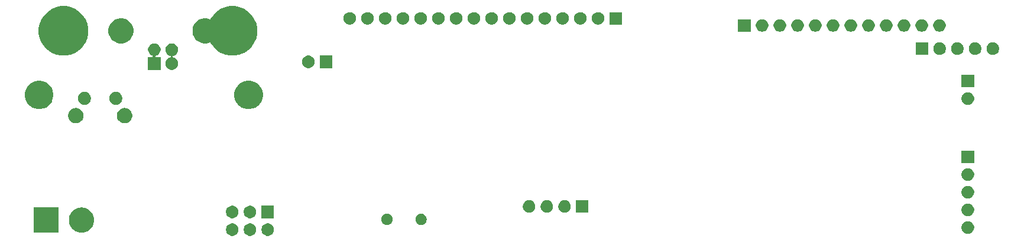
<source format=gbs>
%TF.GenerationSoftware,KiCad,Pcbnew,5.1.5+dfsg1-2build2*%
%TF.CreationDate,2021-03-31T10:56:15+02:00*%
%TF.ProjectId,Model-M-USB-v3,4d6f6465-6c2d-44d2-9d55-53422d76332e,rev?*%
%TF.SameCoordinates,Original*%
%TF.FileFunction,Soldermask,Bot*%
%TF.FilePolarity,Negative*%
%FSLAX46Y46*%
G04 Gerber Fmt 4.6, Leading zero omitted, Abs format (unit mm)*
G04 Created by KiCad (PCBNEW 5.1.5+dfsg1-2build2) date 2021-03-31 10:56:15*
%MOMM*%
%LPD*%
G04 APERTURE LIST*
%ADD10C,0.100000*%
G04 APERTURE END LIST*
D10*
G36*
X76773512Y-92483927D02*
G01*
X76922812Y-92513624D01*
X77086784Y-92581544D01*
X77234354Y-92680147D01*
X77359853Y-92805646D01*
X77458456Y-92953216D01*
X77526376Y-93117188D01*
X77561000Y-93291259D01*
X77561000Y-93468741D01*
X77526376Y-93642812D01*
X77458456Y-93806784D01*
X77359853Y-93954354D01*
X77234354Y-94079853D01*
X77086784Y-94178456D01*
X76922812Y-94246376D01*
X76773512Y-94276073D01*
X76748742Y-94281000D01*
X76571258Y-94281000D01*
X76546488Y-94276073D01*
X76397188Y-94246376D01*
X76233216Y-94178456D01*
X76085646Y-94079853D01*
X75960147Y-93954354D01*
X75861544Y-93806784D01*
X75793624Y-93642812D01*
X75759000Y-93468741D01*
X75759000Y-93291259D01*
X75793624Y-93117188D01*
X75861544Y-92953216D01*
X75960147Y-92805646D01*
X76085646Y-92680147D01*
X76233216Y-92581544D01*
X76397188Y-92513624D01*
X76546488Y-92483927D01*
X76571258Y-92479000D01*
X76748742Y-92479000D01*
X76773512Y-92483927D01*
G37*
G36*
X79313512Y-92483927D02*
G01*
X79462812Y-92513624D01*
X79626784Y-92581544D01*
X79774354Y-92680147D01*
X79899853Y-92805646D01*
X79998456Y-92953216D01*
X80066376Y-93117188D01*
X80101000Y-93291259D01*
X80101000Y-93468741D01*
X80066376Y-93642812D01*
X79998456Y-93806784D01*
X79899853Y-93954354D01*
X79774354Y-94079853D01*
X79626784Y-94178456D01*
X79462812Y-94246376D01*
X79313512Y-94276073D01*
X79288742Y-94281000D01*
X79111258Y-94281000D01*
X79086488Y-94276073D01*
X78937188Y-94246376D01*
X78773216Y-94178456D01*
X78625646Y-94079853D01*
X78500147Y-93954354D01*
X78401544Y-93806784D01*
X78333624Y-93642812D01*
X78299000Y-93468741D01*
X78299000Y-93291259D01*
X78333624Y-93117188D01*
X78401544Y-92953216D01*
X78500147Y-92805646D01*
X78625646Y-92680147D01*
X78773216Y-92581544D01*
X78937188Y-92513624D01*
X79086488Y-92483927D01*
X79111258Y-92479000D01*
X79288742Y-92479000D01*
X79313512Y-92483927D01*
G37*
G36*
X81853512Y-92483927D02*
G01*
X82002812Y-92513624D01*
X82166784Y-92581544D01*
X82314354Y-92680147D01*
X82439853Y-92805646D01*
X82538456Y-92953216D01*
X82606376Y-93117188D01*
X82641000Y-93291259D01*
X82641000Y-93468741D01*
X82606376Y-93642812D01*
X82538456Y-93806784D01*
X82439853Y-93954354D01*
X82314354Y-94079853D01*
X82166784Y-94178456D01*
X82002812Y-94246376D01*
X81853512Y-94276073D01*
X81828742Y-94281000D01*
X81651258Y-94281000D01*
X81626488Y-94276073D01*
X81477188Y-94246376D01*
X81313216Y-94178456D01*
X81165646Y-94079853D01*
X81040147Y-93954354D01*
X80941544Y-93806784D01*
X80873624Y-93642812D01*
X80839000Y-93468741D01*
X80839000Y-93291259D01*
X80873624Y-93117188D01*
X80941544Y-92953216D01*
X81040147Y-92805646D01*
X81165646Y-92680147D01*
X81313216Y-92581544D01*
X81477188Y-92513624D01*
X81626488Y-92483927D01*
X81651258Y-92479000D01*
X81828742Y-92479000D01*
X81853512Y-92483927D01*
G37*
G36*
X182113512Y-92183927D02*
G01*
X182262812Y-92213624D01*
X182426784Y-92281544D01*
X182574354Y-92380147D01*
X182699853Y-92505646D01*
X182798456Y-92653216D01*
X182866376Y-92817188D01*
X182901000Y-92991259D01*
X182901000Y-93168741D01*
X182866376Y-93342812D01*
X182798456Y-93506784D01*
X182699853Y-93654354D01*
X182574354Y-93779853D01*
X182426784Y-93878456D01*
X182262812Y-93946376D01*
X182113512Y-93976073D01*
X182088742Y-93981000D01*
X181911258Y-93981000D01*
X181886488Y-93976073D01*
X181737188Y-93946376D01*
X181573216Y-93878456D01*
X181425646Y-93779853D01*
X181300147Y-93654354D01*
X181201544Y-93506784D01*
X181133624Y-93342812D01*
X181099000Y-93168741D01*
X181099000Y-92991259D01*
X181133624Y-92817188D01*
X181201544Y-92653216D01*
X181300147Y-92505646D01*
X181425646Y-92380147D01*
X181573216Y-92281544D01*
X181737188Y-92213624D01*
X181886488Y-92183927D01*
X181911258Y-92179000D01*
X182088742Y-92179000D01*
X182113512Y-92183927D01*
G37*
G36*
X51801060Y-93801060D02*
G01*
X48198940Y-93801060D01*
X48198940Y-90198940D01*
X51801060Y-90198940D01*
X51801060Y-93801060D01*
G37*
G36*
X55306905Y-90208789D02*
G01*
X55605350Y-90268153D01*
X55933122Y-90403921D01*
X56228109Y-90601025D01*
X56478975Y-90851891D01*
X56676079Y-91146878D01*
X56811847Y-91474650D01*
X56864827Y-91741000D01*
X56881060Y-91822610D01*
X56881060Y-92177390D01*
X56873852Y-92213625D01*
X56811847Y-92525350D01*
X56676079Y-92853122D01*
X56478975Y-93148109D01*
X56228109Y-93398975D01*
X55933122Y-93596079D01*
X55605350Y-93731847D01*
X55306905Y-93791211D01*
X55257390Y-93801060D01*
X54902610Y-93801060D01*
X54853095Y-93791211D01*
X54554650Y-93731847D01*
X54226878Y-93596079D01*
X53931891Y-93398975D01*
X53681025Y-93148109D01*
X53483921Y-92853122D01*
X53348153Y-92525350D01*
X53286148Y-92213625D01*
X53278940Y-92177390D01*
X53278940Y-91822610D01*
X53295173Y-91741000D01*
X53348153Y-91474650D01*
X53483921Y-91146878D01*
X53681025Y-90851891D01*
X53931891Y-90601025D01*
X54226878Y-90403921D01*
X54554650Y-90268153D01*
X54853095Y-90208789D01*
X54902610Y-90198940D01*
X55257390Y-90198940D01*
X55306905Y-90208789D01*
G37*
G36*
X99053642Y-91129781D02*
G01*
X99199414Y-91190162D01*
X99199416Y-91190163D01*
X99330608Y-91277822D01*
X99442178Y-91389392D01*
X99529837Y-91520584D01*
X99529838Y-91520586D01*
X99590219Y-91666358D01*
X99621000Y-91821107D01*
X99621000Y-91978893D01*
X99590219Y-92133642D01*
X99529838Y-92279414D01*
X99529837Y-92279416D01*
X99442178Y-92410608D01*
X99330608Y-92522178D01*
X99199416Y-92609837D01*
X99199415Y-92609838D01*
X99199414Y-92609838D01*
X99053642Y-92670219D01*
X98898893Y-92701000D01*
X98741107Y-92701000D01*
X98586358Y-92670219D01*
X98440586Y-92609838D01*
X98440585Y-92609838D01*
X98440584Y-92609837D01*
X98309392Y-92522178D01*
X98197822Y-92410608D01*
X98110163Y-92279416D01*
X98110162Y-92279414D01*
X98049781Y-92133642D01*
X98019000Y-91978893D01*
X98019000Y-91821107D01*
X98049781Y-91666358D01*
X98110162Y-91520586D01*
X98110163Y-91520584D01*
X98197822Y-91389392D01*
X98309392Y-91277822D01*
X98440584Y-91190163D01*
X98440586Y-91190162D01*
X98586358Y-91129781D01*
X98741107Y-91099000D01*
X98898893Y-91099000D01*
X99053642Y-91129781D01*
G37*
G36*
X103933642Y-91129781D02*
G01*
X104079414Y-91190162D01*
X104079416Y-91190163D01*
X104210608Y-91277822D01*
X104322178Y-91389392D01*
X104409837Y-91520584D01*
X104409838Y-91520586D01*
X104470219Y-91666358D01*
X104501000Y-91821107D01*
X104501000Y-91978893D01*
X104470219Y-92133642D01*
X104409838Y-92279414D01*
X104409837Y-92279416D01*
X104322178Y-92410608D01*
X104210608Y-92522178D01*
X104079416Y-92609837D01*
X104079415Y-92609838D01*
X104079414Y-92609838D01*
X103933642Y-92670219D01*
X103778893Y-92701000D01*
X103621107Y-92701000D01*
X103466358Y-92670219D01*
X103320586Y-92609838D01*
X103320585Y-92609838D01*
X103320584Y-92609837D01*
X103189392Y-92522178D01*
X103077822Y-92410608D01*
X102990163Y-92279416D01*
X102990162Y-92279414D01*
X102929781Y-92133642D01*
X102899000Y-91978893D01*
X102899000Y-91821107D01*
X102929781Y-91666358D01*
X102990162Y-91520586D01*
X102990163Y-91520584D01*
X103077822Y-91389392D01*
X103189392Y-91277822D01*
X103320584Y-91190163D01*
X103320586Y-91190162D01*
X103466358Y-91129781D01*
X103621107Y-91099000D01*
X103778893Y-91099000D01*
X103933642Y-91129781D01*
G37*
G36*
X76773512Y-89943927D02*
G01*
X76922812Y-89973624D01*
X77086784Y-90041544D01*
X77234354Y-90140147D01*
X77359853Y-90265646D01*
X77458456Y-90413216D01*
X77526376Y-90577188D01*
X77536630Y-90628742D01*
X77560721Y-90749853D01*
X77561000Y-90751259D01*
X77561000Y-90928741D01*
X77526376Y-91102812D01*
X77458456Y-91266784D01*
X77359853Y-91414354D01*
X77234354Y-91539853D01*
X77086784Y-91638456D01*
X76922812Y-91706376D01*
X76773512Y-91736073D01*
X76748742Y-91741000D01*
X76571258Y-91741000D01*
X76546488Y-91736073D01*
X76397188Y-91706376D01*
X76233216Y-91638456D01*
X76085646Y-91539853D01*
X75960147Y-91414354D01*
X75861544Y-91266784D01*
X75793624Y-91102812D01*
X75759000Y-90928741D01*
X75759000Y-90751259D01*
X75759280Y-90749853D01*
X75783370Y-90628742D01*
X75793624Y-90577188D01*
X75861544Y-90413216D01*
X75960147Y-90265646D01*
X76085646Y-90140147D01*
X76233216Y-90041544D01*
X76397188Y-89973624D01*
X76546488Y-89943927D01*
X76571258Y-89939000D01*
X76748742Y-89939000D01*
X76773512Y-89943927D01*
G37*
G36*
X79313512Y-89943927D02*
G01*
X79462812Y-89973624D01*
X79626784Y-90041544D01*
X79774354Y-90140147D01*
X79899853Y-90265646D01*
X79998456Y-90413216D01*
X80066376Y-90577188D01*
X80076630Y-90628742D01*
X80100721Y-90749853D01*
X80101000Y-90751259D01*
X80101000Y-90928741D01*
X80066376Y-91102812D01*
X79998456Y-91266784D01*
X79899853Y-91414354D01*
X79774354Y-91539853D01*
X79626784Y-91638456D01*
X79462812Y-91706376D01*
X79313512Y-91736073D01*
X79288742Y-91741000D01*
X79111258Y-91741000D01*
X79086488Y-91736073D01*
X78937188Y-91706376D01*
X78773216Y-91638456D01*
X78625646Y-91539853D01*
X78500147Y-91414354D01*
X78401544Y-91266784D01*
X78333624Y-91102812D01*
X78299000Y-90928741D01*
X78299000Y-90751259D01*
X78299280Y-90749853D01*
X78323370Y-90628742D01*
X78333624Y-90577188D01*
X78401544Y-90413216D01*
X78500147Y-90265646D01*
X78625646Y-90140147D01*
X78773216Y-90041544D01*
X78937188Y-89973624D01*
X79086488Y-89943927D01*
X79111258Y-89939000D01*
X79288742Y-89939000D01*
X79313512Y-89943927D01*
G37*
G36*
X82641000Y-91741000D02*
G01*
X80839000Y-91741000D01*
X80839000Y-89939000D01*
X82641000Y-89939000D01*
X82641000Y-91741000D01*
G37*
G36*
X182113512Y-89643927D02*
G01*
X182262812Y-89673624D01*
X182426784Y-89741544D01*
X182574354Y-89840147D01*
X182699853Y-89965646D01*
X182798456Y-90113216D01*
X182866376Y-90277188D01*
X182901000Y-90451259D01*
X182901000Y-90628741D01*
X182866376Y-90802812D01*
X182798456Y-90966784D01*
X182699853Y-91114354D01*
X182574354Y-91239853D01*
X182426784Y-91338456D01*
X182262812Y-91406376D01*
X182113512Y-91436073D01*
X182088742Y-91441000D01*
X181911258Y-91441000D01*
X181886488Y-91436073D01*
X181737188Y-91406376D01*
X181573216Y-91338456D01*
X181425646Y-91239853D01*
X181300147Y-91114354D01*
X181201544Y-90966784D01*
X181133624Y-90802812D01*
X181099000Y-90628741D01*
X181099000Y-90451259D01*
X181133624Y-90277188D01*
X181201544Y-90113216D01*
X181300147Y-89965646D01*
X181425646Y-89840147D01*
X181573216Y-89741544D01*
X181737188Y-89673624D01*
X181886488Y-89643927D01*
X181911258Y-89639000D01*
X182088742Y-89639000D01*
X182113512Y-89643927D01*
G37*
G36*
X127691000Y-90951000D02*
G01*
X125889000Y-90951000D01*
X125889000Y-89149000D01*
X127691000Y-89149000D01*
X127691000Y-90951000D01*
G37*
G36*
X124363512Y-89153927D02*
G01*
X124512812Y-89183624D01*
X124676784Y-89251544D01*
X124824354Y-89350147D01*
X124949853Y-89475646D01*
X125048456Y-89623216D01*
X125116376Y-89787188D01*
X125146073Y-89936488D01*
X125151000Y-89961258D01*
X125151000Y-90138742D01*
X125150720Y-90140148D01*
X125116376Y-90312812D01*
X125048456Y-90476784D01*
X124949853Y-90624354D01*
X124824354Y-90749853D01*
X124676784Y-90848456D01*
X124512812Y-90916376D01*
X124363512Y-90946073D01*
X124338742Y-90951000D01*
X124161258Y-90951000D01*
X124136488Y-90946073D01*
X123987188Y-90916376D01*
X123823216Y-90848456D01*
X123675646Y-90749853D01*
X123550147Y-90624354D01*
X123451544Y-90476784D01*
X123383624Y-90312812D01*
X123349280Y-90140148D01*
X123349000Y-90138742D01*
X123349000Y-89961258D01*
X123353927Y-89936488D01*
X123383624Y-89787188D01*
X123451544Y-89623216D01*
X123550147Y-89475646D01*
X123675646Y-89350147D01*
X123823216Y-89251544D01*
X123987188Y-89183624D01*
X124136488Y-89153927D01*
X124161258Y-89149000D01*
X124338742Y-89149000D01*
X124363512Y-89153927D01*
G37*
G36*
X121823512Y-89153927D02*
G01*
X121972812Y-89183624D01*
X122136784Y-89251544D01*
X122284354Y-89350147D01*
X122409853Y-89475646D01*
X122508456Y-89623216D01*
X122576376Y-89787188D01*
X122606073Y-89936488D01*
X122611000Y-89961258D01*
X122611000Y-90138742D01*
X122610720Y-90140148D01*
X122576376Y-90312812D01*
X122508456Y-90476784D01*
X122409853Y-90624354D01*
X122284354Y-90749853D01*
X122136784Y-90848456D01*
X121972812Y-90916376D01*
X121823512Y-90946073D01*
X121798742Y-90951000D01*
X121621258Y-90951000D01*
X121596488Y-90946073D01*
X121447188Y-90916376D01*
X121283216Y-90848456D01*
X121135646Y-90749853D01*
X121010147Y-90624354D01*
X120911544Y-90476784D01*
X120843624Y-90312812D01*
X120809280Y-90140148D01*
X120809000Y-90138742D01*
X120809000Y-89961258D01*
X120813927Y-89936488D01*
X120843624Y-89787188D01*
X120911544Y-89623216D01*
X121010147Y-89475646D01*
X121135646Y-89350147D01*
X121283216Y-89251544D01*
X121447188Y-89183624D01*
X121596488Y-89153927D01*
X121621258Y-89149000D01*
X121798742Y-89149000D01*
X121823512Y-89153927D01*
G37*
G36*
X119283512Y-89153927D02*
G01*
X119432812Y-89183624D01*
X119596784Y-89251544D01*
X119744354Y-89350147D01*
X119869853Y-89475646D01*
X119968456Y-89623216D01*
X120036376Y-89787188D01*
X120066073Y-89936488D01*
X120071000Y-89961258D01*
X120071000Y-90138742D01*
X120070720Y-90140148D01*
X120036376Y-90312812D01*
X119968456Y-90476784D01*
X119869853Y-90624354D01*
X119744354Y-90749853D01*
X119596784Y-90848456D01*
X119432812Y-90916376D01*
X119283512Y-90946073D01*
X119258742Y-90951000D01*
X119081258Y-90951000D01*
X119056488Y-90946073D01*
X118907188Y-90916376D01*
X118743216Y-90848456D01*
X118595646Y-90749853D01*
X118470147Y-90624354D01*
X118371544Y-90476784D01*
X118303624Y-90312812D01*
X118269280Y-90140148D01*
X118269000Y-90138742D01*
X118269000Y-89961258D01*
X118273927Y-89936488D01*
X118303624Y-89787188D01*
X118371544Y-89623216D01*
X118470147Y-89475646D01*
X118595646Y-89350147D01*
X118743216Y-89251544D01*
X118907188Y-89183624D01*
X119056488Y-89153927D01*
X119081258Y-89149000D01*
X119258742Y-89149000D01*
X119283512Y-89153927D01*
G37*
G36*
X182113512Y-87103927D02*
G01*
X182262812Y-87133624D01*
X182426784Y-87201544D01*
X182574354Y-87300147D01*
X182699853Y-87425646D01*
X182798456Y-87573216D01*
X182866376Y-87737188D01*
X182901000Y-87911259D01*
X182901000Y-88088741D01*
X182866376Y-88262812D01*
X182798456Y-88426784D01*
X182699853Y-88574354D01*
X182574354Y-88699853D01*
X182426784Y-88798456D01*
X182262812Y-88866376D01*
X182113512Y-88896073D01*
X182088742Y-88901000D01*
X181911258Y-88901000D01*
X181886488Y-88896073D01*
X181737188Y-88866376D01*
X181573216Y-88798456D01*
X181425646Y-88699853D01*
X181300147Y-88574354D01*
X181201544Y-88426784D01*
X181133624Y-88262812D01*
X181099000Y-88088741D01*
X181099000Y-87911259D01*
X181133624Y-87737188D01*
X181201544Y-87573216D01*
X181300147Y-87425646D01*
X181425646Y-87300147D01*
X181573216Y-87201544D01*
X181737188Y-87133624D01*
X181886488Y-87103927D01*
X181911258Y-87099000D01*
X182088742Y-87099000D01*
X182113512Y-87103927D01*
G37*
G36*
X182113512Y-84563927D02*
G01*
X182262812Y-84593624D01*
X182426784Y-84661544D01*
X182574354Y-84760147D01*
X182699853Y-84885646D01*
X182798456Y-85033216D01*
X182866376Y-85197188D01*
X182901000Y-85371259D01*
X182901000Y-85548741D01*
X182866376Y-85722812D01*
X182798456Y-85886784D01*
X182699853Y-86034354D01*
X182574354Y-86159853D01*
X182426784Y-86258456D01*
X182262812Y-86326376D01*
X182113512Y-86356073D01*
X182088742Y-86361000D01*
X181911258Y-86361000D01*
X181886488Y-86356073D01*
X181737188Y-86326376D01*
X181573216Y-86258456D01*
X181425646Y-86159853D01*
X181300147Y-86034354D01*
X181201544Y-85886784D01*
X181133624Y-85722812D01*
X181099000Y-85548741D01*
X181099000Y-85371259D01*
X181133624Y-85197188D01*
X181201544Y-85033216D01*
X181300147Y-84885646D01*
X181425646Y-84760147D01*
X181573216Y-84661544D01*
X181737188Y-84593624D01*
X181886488Y-84563927D01*
X181911258Y-84559000D01*
X182088742Y-84559000D01*
X182113512Y-84563927D01*
G37*
G36*
X182901000Y-83821000D02*
G01*
X181099000Y-83821000D01*
X181099000Y-82019000D01*
X182901000Y-82019000D01*
X182901000Y-83821000D01*
G37*
G36*
X54464794Y-75910155D02*
G01*
X54571150Y-75931311D01*
X54669818Y-75972181D01*
X54771520Y-76014307D01*
X54951844Y-76134795D01*
X55105205Y-76288156D01*
X55225693Y-76468480D01*
X55308689Y-76668851D01*
X55351000Y-76881560D01*
X55351000Y-77098440D01*
X55308689Y-77311149D01*
X55225693Y-77511520D01*
X55105205Y-77691844D01*
X54951844Y-77845205D01*
X54771520Y-77965693D01*
X54571150Y-78048689D01*
X54464794Y-78069845D01*
X54358440Y-78091000D01*
X54141560Y-78091000D01*
X54035206Y-78069845D01*
X53928850Y-78048689D01*
X53728480Y-77965693D01*
X53548156Y-77845205D01*
X53394795Y-77691844D01*
X53274307Y-77511520D01*
X53191311Y-77311149D01*
X53149000Y-77098440D01*
X53149000Y-76881560D01*
X53191311Y-76668851D01*
X53274307Y-76468480D01*
X53394795Y-76288156D01*
X53548156Y-76134795D01*
X53728480Y-76014307D01*
X53830182Y-75972181D01*
X53928850Y-75931311D01*
X54035206Y-75910155D01*
X54141560Y-75889000D01*
X54358440Y-75889000D01*
X54464794Y-75910155D01*
G37*
G36*
X61474794Y-75910155D02*
G01*
X61581150Y-75931311D01*
X61679818Y-75972181D01*
X61781520Y-76014307D01*
X61961844Y-76134795D01*
X62115205Y-76288156D01*
X62235693Y-76468480D01*
X62318689Y-76668851D01*
X62361000Y-76881560D01*
X62361000Y-77098440D01*
X62318689Y-77311149D01*
X62235693Y-77511520D01*
X62115205Y-77691844D01*
X61961844Y-77845205D01*
X61781520Y-77965693D01*
X61581150Y-78048689D01*
X61474794Y-78069845D01*
X61368440Y-78091000D01*
X61151560Y-78091000D01*
X61045206Y-78069845D01*
X60938850Y-78048689D01*
X60738480Y-77965693D01*
X60558156Y-77845205D01*
X60404795Y-77691844D01*
X60284307Y-77511520D01*
X60201311Y-77311149D01*
X60159000Y-77098440D01*
X60159000Y-76881560D01*
X60201311Y-76668851D01*
X60284307Y-76468480D01*
X60404795Y-76288156D01*
X60558156Y-76134795D01*
X60738480Y-76014307D01*
X60840182Y-75972181D01*
X60938850Y-75931311D01*
X61045206Y-75910155D01*
X61151560Y-75889000D01*
X61368440Y-75889000D01*
X61474794Y-75910155D01*
G37*
G36*
X79598254Y-72027818D02*
G01*
X79971511Y-72182426D01*
X79971513Y-72182427D01*
X80307436Y-72406884D01*
X80593116Y-72692564D01*
X80817574Y-73028489D01*
X80972182Y-73401746D01*
X81051000Y-73797993D01*
X81051000Y-74202007D01*
X80972182Y-74598254D01*
X80887451Y-74802812D01*
X80817573Y-74971513D01*
X80593116Y-75307436D01*
X80307436Y-75593116D01*
X79971513Y-75817573D01*
X79971512Y-75817574D01*
X79971511Y-75817574D01*
X79598254Y-75972182D01*
X79202007Y-76051000D01*
X78797993Y-76051000D01*
X78401746Y-75972182D01*
X78028489Y-75817574D01*
X78028488Y-75817574D01*
X78028487Y-75817573D01*
X77692564Y-75593116D01*
X77406884Y-75307436D01*
X77182427Y-74971513D01*
X77112549Y-74802812D01*
X77027818Y-74598254D01*
X76949000Y-74202007D01*
X76949000Y-73797993D01*
X77027818Y-73401746D01*
X77182426Y-73028489D01*
X77406884Y-72692564D01*
X77692564Y-72406884D01*
X78028487Y-72182427D01*
X78028489Y-72182426D01*
X78401746Y-72027818D01*
X78797993Y-71949000D01*
X79202007Y-71949000D01*
X79598254Y-72027818D01*
G37*
G36*
X49598254Y-72027818D02*
G01*
X49971511Y-72182426D01*
X49971513Y-72182427D01*
X50307436Y-72406884D01*
X50593116Y-72692564D01*
X50817574Y-73028489D01*
X50972182Y-73401746D01*
X51051000Y-73797993D01*
X51051000Y-74202007D01*
X50972182Y-74598254D01*
X50887451Y-74802812D01*
X50817573Y-74971513D01*
X50593116Y-75307436D01*
X50307436Y-75593116D01*
X49971513Y-75817573D01*
X49971512Y-75817574D01*
X49971511Y-75817574D01*
X49598254Y-75972182D01*
X49202007Y-76051000D01*
X48797993Y-76051000D01*
X48401746Y-75972182D01*
X48028489Y-75817574D01*
X48028488Y-75817574D01*
X48028487Y-75817573D01*
X47692564Y-75593116D01*
X47406884Y-75307436D01*
X47182427Y-74971513D01*
X47112549Y-74802812D01*
X47027818Y-74598254D01*
X46949000Y-74202007D01*
X46949000Y-73797993D01*
X47027818Y-73401746D01*
X47182426Y-73028489D01*
X47406884Y-72692564D01*
X47692564Y-72406884D01*
X48028487Y-72182427D01*
X48028489Y-72182426D01*
X48401746Y-72027818D01*
X48797993Y-71949000D01*
X49202007Y-71949000D01*
X49598254Y-72027818D01*
G37*
G36*
X182113512Y-73643927D02*
G01*
X182262812Y-73673624D01*
X182426784Y-73741544D01*
X182574354Y-73840147D01*
X182699853Y-73965646D01*
X182798456Y-74113216D01*
X182866376Y-74277188D01*
X182901000Y-74451259D01*
X182901000Y-74628741D01*
X182866376Y-74802812D01*
X182798456Y-74966784D01*
X182699853Y-75114354D01*
X182574354Y-75239853D01*
X182426784Y-75338456D01*
X182262812Y-75406376D01*
X182113512Y-75436073D01*
X182088742Y-75441000D01*
X181911258Y-75441000D01*
X181886488Y-75436073D01*
X181737188Y-75406376D01*
X181573216Y-75338456D01*
X181425646Y-75239853D01*
X181300147Y-75114354D01*
X181201544Y-74966784D01*
X181133624Y-74802812D01*
X181099000Y-74628741D01*
X181099000Y-74451259D01*
X181133624Y-74277188D01*
X181201544Y-74113216D01*
X181300147Y-73965646D01*
X181425646Y-73840147D01*
X181573216Y-73741544D01*
X181737188Y-73673624D01*
X181886488Y-73643927D01*
X181911258Y-73639000D01*
X182088742Y-73639000D01*
X182113512Y-73643927D01*
G37*
G36*
X55770104Y-73609585D02*
G01*
X55938626Y-73679389D01*
X56090291Y-73780728D01*
X56219272Y-73909709D01*
X56320611Y-74061374D01*
X56390415Y-74229896D01*
X56426000Y-74408797D01*
X56426000Y-74591203D01*
X56390415Y-74770104D01*
X56320611Y-74938626D01*
X56219272Y-75090291D01*
X56090291Y-75219272D01*
X55938626Y-75320611D01*
X55770104Y-75390415D01*
X55591203Y-75426000D01*
X55408797Y-75426000D01*
X55229896Y-75390415D01*
X55061374Y-75320611D01*
X54909709Y-75219272D01*
X54780728Y-75090291D01*
X54679389Y-74938626D01*
X54609585Y-74770104D01*
X54574000Y-74591203D01*
X54574000Y-74408797D01*
X54609585Y-74229896D01*
X54679389Y-74061374D01*
X54780728Y-73909709D01*
X54909709Y-73780728D01*
X55061374Y-73679389D01*
X55229896Y-73609585D01*
X55408797Y-73574000D01*
X55591203Y-73574000D01*
X55770104Y-73609585D01*
G37*
G36*
X60270104Y-73609585D02*
G01*
X60438626Y-73679389D01*
X60590291Y-73780728D01*
X60719272Y-73909709D01*
X60820611Y-74061374D01*
X60890415Y-74229896D01*
X60926000Y-74408797D01*
X60926000Y-74591203D01*
X60890415Y-74770104D01*
X60820611Y-74938626D01*
X60719272Y-75090291D01*
X60590291Y-75219272D01*
X60438626Y-75320611D01*
X60270104Y-75390415D01*
X60091203Y-75426000D01*
X59908797Y-75426000D01*
X59729896Y-75390415D01*
X59561374Y-75320611D01*
X59409709Y-75219272D01*
X59280728Y-75090291D01*
X59179389Y-74938626D01*
X59109585Y-74770104D01*
X59074000Y-74591203D01*
X59074000Y-74408797D01*
X59109585Y-74229896D01*
X59179389Y-74061374D01*
X59280728Y-73909709D01*
X59409709Y-73780728D01*
X59561374Y-73679389D01*
X59729896Y-73609585D01*
X59908797Y-73574000D01*
X60091203Y-73574000D01*
X60270104Y-73609585D01*
G37*
G36*
X182901000Y-72901000D02*
G01*
X181099000Y-72901000D01*
X181099000Y-71099000D01*
X182901000Y-71099000D01*
X182901000Y-72901000D01*
G37*
G36*
X65613512Y-66603927D02*
G01*
X65762812Y-66633624D01*
X65926784Y-66701544D01*
X66074354Y-66800147D01*
X66199853Y-66925646D01*
X66298456Y-67073216D01*
X66366376Y-67237188D01*
X66401000Y-67411259D01*
X66401000Y-67588741D01*
X66366376Y-67762812D01*
X66298456Y-67926784D01*
X66199853Y-68074354D01*
X66074354Y-68199853D01*
X65926784Y-68298456D01*
X65781771Y-68358523D01*
X65760171Y-68370068D01*
X65741229Y-68385613D01*
X65725684Y-68404555D01*
X65714133Y-68426166D01*
X65707020Y-68449615D01*
X65704618Y-68474001D01*
X65707020Y-68498387D01*
X65714133Y-68521836D01*
X65725684Y-68543447D01*
X65741229Y-68562389D01*
X65760171Y-68577934D01*
X65781782Y-68589485D01*
X65805231Y-68596598D01*
X65829617Y-68599000D01*
X66401000Y-68599000D01*
X66401000Y-70401000D01*
X64599000Y-70401000D01*
X64599000Y-68599000D01*
X65170383Y-68599000D01*
X65194769Y-68596598D01*
X65218218Y-68589485D01*
X65239829Y-68577934D01*
X65258771Y-68562389D01*
X65274316Y-68543447D01*
X65285867Y-68521836D01*
X65292980Y-68498387D01*
X65295382Y-68474001D01*
X65292980Y-68449615D01*
X65285867Y-68426166D01*
X65274316Y-68404555D01*
X65258771Y-68385613D01*
X65239829Y-68370068D01*
X65218229Y-68358523D01*
X65073216Y-68298456D01*
X64925646Y-68199853D01*
X64800147Y-68074354D01*
X64701544Y-67926784D01*
X64633624Y-67762812D01*
X64599000Y-67588741D01*
X64599000Y-67411259D01*
X64633624Y-67237188D01*
X64701544Y-67073216D01*
X64800147Y-66925646D01*
X64925646Y-66800147D01*
X65073216Y-66701544D01*
X65237188Y-66633624D01*
X65386488Y-66603927D01*
X65411258Y-66599000D01*
X65588742Y-66599000D01*
X65613512Y-66603927D01*
G37*
G36*
X68113512Y-66603927D02*
G01*
X68262812Y-66633624D01*
X68426784Y-66701544D01*
X68574354Y-66800147D01*
X68699853Y-66925646D01*
X68798456Y-67073216D01*
X68866376Y-67237188D01*
X68901000Y-67411259D01*
X68901000Y-67588741D01*
X68866376Y-67762812D01*
X68798456Y-67926784D01*
X68699853Y-68074354D01*
X68574354Y-68199853D01*
X68426784Y-68298456D01*
X68262812Y-68366376D01*
X68207362Y-68377405D01*
X68183922Y-68384516D01*
X68162311Y-68396067D01*
X68143369Y-68411613D01*
X68127824Y-68430555D01*
X68116273Y-68452165D01*
X68109160Y-68475614D01*
X68106758Y-68500000D01*
X68109160Y-68524387D01*
X68116273Y-68547835D01*
X68127824Y-68569446D01*
X68143370Y-68588388D01*
X68162312Y-68603933D01*
X68183922Y-68615484D01*
X68207362Y-68622595D01*
X68262812Y-68633624D01*
X68426784Y-68701544D01*
X68574354Y-68800147D01*
X68699853Y-68925646D01*
X68798456Y-69073216D01*
X68866376Y-69237188D01*
X68901000Y-69411259D01*
X68901000Y-69588741D01*
X68866376Y-69762812D01*
X68798456Y-69926784D01*
X68699853Y-70074354D01*
X68574354Y-70199853D01*
X68426784Y-70298456D01*
X68262812Y-70366376D01*
X68113512Y-70396073D01*
X68088742Y-70401000D01*
X67911258Y-70401000D01*
X67886488Y-70396073D01*
X67737188Y-70366376D01*
X67573216Y-70298456D01*
X67425646Y-70199853D01*
X67300147Y-70074354D01*
X67201544Y-69926784D01*
X67133624Y-69762812D01*
X67099000Y-69588741D01*
X67099000Y-69411259D01*
X67133624Y-69237188D01*
X67201544Y-69073216D01*
X67300147Y-68925646D01*
X67425646Y-68800147D01*
X67573216Y-68701544D01*
X67737188Y-68633624D01*
X67792638Y-68622595D01*
X67816078Y-68615484D01*
X67837689Y-68603933D01*
X67856631Y-68588387D01*
X67872176Y-68569445D01*
X67883727Y-68547835D01*
X67890840Y-68524386D01*
X67893242Y-68500000D01*
X67890840Y-68475613D01*
X67883727Y-68452165D01*
X67872176Y-68430554D01*
X67856630Y-68411612D01*
X67837688Y-68396067D01*
X67816078Y-68384516D01*
X67792638Y-68377405D01*
X67737188Y-68366376D01*
X67573216Y-68298456D01*
X67425646Y-68199853D01*
X67300147Y-68074354D01*
X67201544Y-67926784D01*
X67133624Y-67762812D01*
X67099000Y-67588741D01*
X67099000Y-67411259D01*
X67133624Y-67237188D01*
X67201544Y-67073216D01*
X67300147Y-66925646D01*
X67425646Y-66800147D01*
X67573216Y-66701544D01*
X67737188Y-66633624D01*
X67886488Y-66603927D01*
X67911258Y-66599000D01*
X68088742Y-66599000D01*
X68113512Y-66603927D01*
G37*
G36*
X87673512Y-68353927D02*
G01*
X87822812Y-68383624D01*
X87986784Y-68451544D01*
X88134354Y-68550147D01*
X88259853Y-68675646D01*
X88358456Y-68823216D01*
X88426376Y-68987188D01*
X88461000Y-69161259D01*
X88461000Y-69338741D01*
X88426376Y-69512812D01*
X88358456Y-69676784D01*
X88259853Y-69824354D01*
X88134354Y-69949853D01*
X87986784Y-70048456D01*
X87822812Y-70116376D01*
X87673512Y-70146073D01*
X87648742Y-70151000D01*
X87471258Y-70151000D01*
X87446488Y-70146073D01*
X87297188Y-70116376D01*
X87133216Y-70048456D01*
X86985646Y-69949853D01*
X86860147Y-69824354D01*
X86761544Y-69676784D01*
X86693624Y-69512812D01*
X86659000Y-69338741D01*
X86659000Y-69161259D01*
X86693624Y-68987188D01*
X86761544Y-68823216D01*
X86860147Y-68675646D01*
X86985646Y-68550147D01*
X87133216Y-68451544D01*
X87297188Y-68383624D01*
X87446488Y-68353927D01*
X87471258Y-68349000D01*
X87648742Y-68349000D01*
X87673512Y-68353927D01*
G37*
G36*
X91001000Y-70151000D02*
G01*
X89199000Y-70151000D01*
X89199000Y-68349000D01*
X91001000Y-68349000D01*
X91001000Y-70151000D01*
G37*
G36*
X77735787Y-61385462D02*
G01*
X77735790Y-61385463D01*
X77735789Y-61385463D01*
X78382029Y-61653144D01*
X78963631Y-62041758D01*
X79458242Y-62536369D01*
X79846856Y-63117971D01*
X80035895Y-63574353D01*
X80114538Y-63764213D01*
X80251000Y-64450256D01*
X80251000Y-65149744D01*
X80114538Y-65835787D01*
X80114537Y-65835789D01*
X79846856Y-66482029D01*
X79458242Y-67063631D01*
X78963631Y-67558242D01*
X78382029Y-67946856D01*
X78074221Y-68074354D01*
X77735787Y-68214538D01*
X77049744Y-68351000D01*
X76350256Y-68351000D01*
X75664213Y-68214538D01*
X75325779Y-68074354D01*
X75017971Y-67946856D01*
X74436369Y-67558242D01*
X73941758Y-67063631D01*
X73575056Y-66514822D01*
X73559513Y-66495883D01*
X73540571Y-66480338D01*
X73518960Y-66468787D01*
X73495511Y-66461674D01*
X73471125Y-66459272D01*
X73446739Y-66461674D01*
X73423290Y-66468787D01*
X73295331Y-66521789D01*
X72947384Y-66591000D01*
X72592616Y-66591000D01*
X72244669Y-66521789D01*
X71916908Y-66386026D01*
X71621930Y-66188928D01*
X71371072Y-65938070D01*
X71173974Y-65643092D01*
X71038211Y-65315331D01*
X70969000Y-64967384D01*
X70969000Y-64612616D01*
X71038211Y-64264669D01*
X71173974Y-63936908D01*
X71371072Y-63641930D01*
X71621930Y-63391072D01*
X71916908Y-63193974D01*
X72244669Y-63058211D01*
X72592616Y-62989000D01*
X72947384Y-62989000D01*
X73295331Y-63058211D01*
X73433757Y-63115549D01*
X73457206Y-63122662D01*
X73481592Y-63125064D01*
X73505978Y-63122662D01*
X73529427Y-63115549D01*
X73551038Y-63103998D01*
X73569980Y-63088453D01*
X73585519Y-63069518D01*
X73941758Y-62536369D01*
X74436369Y-62041758D01*
X75017971Y-61653144D01*
X75664211Y-61385463D01*
X75664210Y-61385463D01*
X75664213Y-61385462D01*
X76350256Y-61249000D01*
X77049744Y-61249000D01*
X77735787Y-61385462D01*
G37*
G36*
X53535787Y-61385462D02*
G01*
X53535790Y-61385463D01*
X53535789Y-61385463D01*
X54182029Y-61653144D01*
X54763631Y-62041758D01*
X55258242Y-62536369D01*
X55646856Y-63117971D01*
X55835895Y-63574353D01*
X55914538Y-63764213D01*
X56051000Y-64450256D01*
X56051000Y-65149744D01*
X55914538Y-65835787D01*
X55914537Y-65835789D01*
X55646856Y-66482029D01*
X55258242Y-67063631D01*
X54763631Y-67558242D01*
X54182029Y-67946856D01*
X53874221Y-68074354D01*
X53535787Y-68214538D01*
X52849744Y-68351000D01*
X52150256Y-68351000D01*
X51464213Y-68214538D01*
X51125779Y-68074354D01*
X50817971Y-67946856D01*
X50236369Y-67558242D01*
X49741758Y-67063631D01*
X49353144Y-66482029D01*
X49085463Y-65835789D01*
X49085462Y-65835787D01*
X48949000Y-65149744D01*
X48949000Y-64450256D01*
X49085462Y-63764213D01*
X49164105Y-63574353D01*
X49353144Y-63117971D01*
X49741758Y-62536369D01*
X50236369Y-62041758D01*
X50817971Y-61653144D01*
X51464211Y-61385463D01*
X51464210Y-61385463D01*
X51464213Y-61385462D01*
X52150256Y-61249000D01*
X52849744Y-61249000D01*
X53535787Y-61385462D01*
G37*
G36*
X185698512Y-66448927D02*
G01*
X185847812Y-66478624D01*
X186011784Y-66546544D01*
X186159354Y-66645147D01*
X186284853Y-66770646D01*
X186383456Y-66918216D01*
X186451376Y-67082188D01*
X186486000Y-67256259D01*
X186486000Y-67433741D01*
X186451376Y-67607812D01*
X186383456Y-67771784D01*
X186284853Y-67919354D01*
X186159354Y-68044853D01*
X186011784Y-68143456D01*
X185847812Y-68211376D01*
X185698512Y-68241073D01*
X185673742Y-68246000D01*
X185496258Y-68246000D01*
X185471488Y-68241073D01*
X185322188Y-68211376D01*
X185158216Y-68143456D01*
X185010646Y-68044853D01*
X184885147Y-67919354D01*
X184786544Y-67771784D01*
X184718624Y-67607812D01*
X184684000Y-67433741D01*
X184684000Y-67256259D01*
X184718624Y-67082188D01*
X184786544Y-66918216D01*
X184885147Y-66770646D01*
X185010646Y-66645147D01*
X185158216Y-66546544D01*
X185322188Y-66478624D01*
X185471488Y-66448927D01*
X185496258Y-66444000D01*
X185673742Y-66444000D01*
X185698512Y-66448927D01*
G37*
G36*
X183158512Y-66448927D02*
G01*
X183307812Y-66478624D01*
X183471784Y-66546544D01*
X183619354Y-66645147D01*
X183744853Y-66770646D01*
X183843456Y-66918216D01*
X183911376Y-67082188D01*
X183946000Y-67256259D01*
X183946000Y-67433741D01*
X183911376Y-67607812D01*
X183843456Y-67771784D01*
X183744853Y-67919354D01*
X183619354Y-68044853D01*
X183471784Y-68143456D01*
X183307812Y-68211376D01*
X183158512Y-68241073D01*
X183133742Y-68246000D01*
X182956258Y-68246000D01*
X182931488Y-68241073D01*
X182782188Y-68211376D01*
X182618216Y-68143456D01*
X182470646Y-68044853D01*
X182345147Y-67919354D01*
X182246544Y-67771784D01*
X182178624Y-67607812D01*
X182144000Y-67433741D01*
X182144000Y-67256259D01*
X182178624Y-67082188D01*
X182246544Y-66918216D01*
X182345147Y-66770646D01*
X182470646Y-66645147D01*
X182618216Y-66546544D01*
X182782188Y-66478624D01*
X182931488Y-66448927D01*
X182956258Y-66444000D01*
X183133742Y-66444000D01*
X183158512Y-66448927D01*
G37*
G36*
X180618512Y-66448927D02*
G01*
X180767812Y-66478624D01*
X180931784Y-66546544D01*
X181079354Y-66645147D01*
X181204853Y-66770646D01*
X181303456Y-66918216D01*
X181371376Y-67082188D01*
X181406000Y-67256259D01*
X181406000Y-67433741D01*
X181371376Y-67607812D01*
X181303456Y-67771784D01*
X181204853Y-67919354D01*
X181079354Y-68044853D01*
X180931784Y-68143456D01*
X180767812Y-68211376D01*
X180618512Y-68241073D01*
X180593742Y-68246000D01*
X180416258Y-68246000D01*
X180391488Y-68241073D01*
X180242188Y-68211376D01*
X180078216Y-68143456D01*
X179930646Y-68044853D01*
X179805147Y-67919354D01*
X179706544Y-67771784D01*
X179638624Y-67607812D01*
X179604000Y-67433741D01*
X179604000Y-67256259D01*
X179638624Y-67082188D01*
X179706544Y-66918216D01*
X179805147Y-66770646D01*
X179930646Y-66645147D01*
X180078216Y-66546544D01*
X180242188Y-66478624D01*
X180391488Y-66448927D01*
X180416258Y-66444000D01*
X180593742Y-66444000D01*
X180618512Y-66448927D01*
G37*
G36*
X178078512Y-66448927D02*
G01*
X178227812Y-66478624D01*
X178391784Y-66546544D01*
X178539354Y-66645147D01*
X178664853Y-66770646D01*
X178763456Y-66918216D01*
X178831376Y-67082188D01*
X178866000Y-67256259D01*
X178866000Y-67433741D01*
X178831376Y-67607812D01*
X178763456Y-67771784D01*
X178664853Y-67919354D01*
X178539354Y-68044853D01*
X178391784Y-68143456D01*
X178227812Y-68211376D01*
X178078512Y-68241073D01*
X178053742Y-68246000D01*
X177876258Y-68246000D01*
X177851488Y-68241073D01*
X177702188Y-68211376D01*
X177538216Y-68143456D01*
X177390646Y-68044853D01*
X177265147Y-67919354D01*
X177166544Y-67771784D01*
X177098624Y-67607812D01*
X177064000Y-67433741D01*
X177064000Y-67256259D01*
X177098624Y-67082188D01*
X177166544Y-66918216D01*
X177265147Y-66770646D01*
X177390646Y-66645147D01*
X177538216Y-66546544D01*
X177702188Y-66478624D01*
X177851488Y-66448927D01*
X177876258Y-66444000D01*
X178053742Y-66444000D01*
X178078512Y-66448927D01*
G37*
G36*
X176326000Y-68246000D02*
G01*
X174524000Y-68246000D01*
X174524000Y-66444000D01*
X176326000Y-66444000D01*
X176326000Y-68246000D01*
G37*
G36*
X61255331Y-63058211D02*
G01*
X61583092Y-63193974D01*
X61878070Y-63391072D01*
X62128928Y-63641930D01*
X62326026Y-63936908D01*
X62461789Y-64264669D01*
X62531000Y-64612616D01*
X62531000Y-64967384D01*
X62461789Y-65315331D01*
X62326026Y-65643092D01*
X62128928Y-65938070D01*
X61878070Y-66188928D01*
X61583092Y-66386026D01*
X61255331Y-66521789D01*
X60907384Y-66591000D01*
X60552616Y-66591000D01*
X60204669Y-66521789D01*
X59876908Y-66386026D01*
X59581930Y-66188928D01*
X59331072Y-65938070D01*
X59133974Y-65643092D01*
X58998211Y-65315331D01*
X58929000Y-64967384D01*
X58929000Y-64612616D01*
X58998211Y-64264669D01*
X59133974Y-63936908D01*
X59331072Y-63641930D01*
X59581930Y-63391072D01*
X59876908Y-63193974D01*
X60204669Y-63058211D01*
X60552616Y-62989000D01*
X60907384Y-62989000D01*
X61255331Y-63058211D01*
G37*
G36*
X170415234Y-63117971D02*
G01*
X170582412Y-63151224D01*
X170746384Y-63219144D01*
X170893954Y-63317747D01*
X171019453Y-63443246D01*
X171118056Y-63590816D01*
X171185976Y-63754788D01*
X171220600Y-63928859D01*
X171220600Y-64106341D01*
X171185976Y-64280412D01*
X171118056Y-64444384D01*
X171019453Y-64591954D01*
X170893954Y-64717453D01*
X170746384Y-64816056D01*
X170582412Y-64883976D01*
X170433112Y-64913673D01*
X170408342Y-64918600D01*
X170230858Y-64918600D01*
X170206088Y-64913673D01*
X170056788Y-64883976D01*
X169892816Y-64816056D01*
X169745246Y-64717453D01*
X169619747Y-64591954D01*
X169521144Y-64444384D01*
X169453224Y-64280412D01*
X169418600Y-64106341D01*
X169418600Y-63928859D01*
X169453224Y-63754788D01*
X169521144Y-63590816D01*
X169619747Y-63443246D01*
X169745246Y-63317747D01*
X169892816Y-63219144D01*
X170056788Y-63151224D01*
X170223966Y-63117971D01*
X170230858Y-63116600D01*
X170408342Y-63116600D01*
X170415234Y-63117971D01*
G37*
G36*
X162795234Y-63117971D02*
G01*
X162962412Y-63151224D01*
X163126384Y-63219144D01*
X163273954Y-63317747D01*
X163399453Y-63443246D01*
X163498056Y-63590816D01*
X163565976Y-63754788D01*
X163600600Y-63928859D01*
X163600600Y-64106341D01*
X163565976Y-64280412D01*
X163498056Y-64444384D01*
X163399453Y-64591954D01*
X163273954Y-64717453D01*
X163126384Y-64816056D01*
X162962412Y-64883976D01*
X162813112Y-64913673D01*
X162788342Y-64918600D01*
X162610858Y-64918600D01*
X162586088Y-64913673D01*
X162436788Y-64883976D01*
X162272816Y-64816056D01*
X162125246Y-64717453D01*
X161999747Y-64591954D01*
X161901144Y-64444384D01*
X161833224Y-64280412D01*
X161798600Y-64106341D01*
X161798600Y-63928859D01*
X161833224Y-63754788D01*
X161901144Y-63590816D01*
X161999747Y-63443246D01*
X162125246Y-63317747D01*
X162272816Y-63219144D01*
X162436788Y-63151224D01*
X162603966Y-63117971D01*
X162610858Y-63116600D01*
X162788342Y-63116600D01*
X162795234Y-63117971D01*
G37*
G36*
X160255234Y-63117971D02*
G01*
X160422412Y-63151224D01*
X160586384Y-63219144D01*
X160733954Y-63317747D01*
X160859453Y-63443246D01*
X160958056Y-63590816D01*
X161025976Y-63754788D01*
X161060600Y-63928859D01*
X161060600Y-64106341D01*
X161025976Y-64280412D01*
X160958056Y-64444384D01*
X160859453Y-64591954D01*
X160733954Y-64717453D01*
X160586384Y-64816056D01*
X160422412Y-64883976D01*
X160273112Y-64913673D01*
X160248342Y-64918600D01*
X160070858Y-64918600D01*
X160046088Y-64913673D01*
X159896788Y-64883976D01*
X159732816Y-64816056D01*
X159585246Y-64717453D01*
X159459747Y-64591954D01*
X159361144Y-64444384D01*
X159293224Y-64280412D01*
X159258600Y-64106341D01*
X159258600Y-63928859D01*
X159293224Y-63754788D01*
X159361144Y-63590816D01*
X159459747Y-63443246D01*
X159585246Y-63317747D01*
X159732816Y-63219144D01*
X159896788Y-63151224D01*
X160063966Y-63117971D01*
X160070858Y-63116600D01*
X160248342Y-63116600D01*
X160255234Y-63117971D01*
G37*
G36*
X157715234Y-63117971D02*
G01*
X157882412Y-63151224D01*
X158046384Y-63219144D01*
X158193954Y-63317747D01*
X158319453Y-63443246D01*
X158418056Y-63590816D01*
X158485976Y-63754788D01*
X158520600Y-63928859D01*
X158520600Y-64106341D01*
X158485976Y-64280412D01*
X158418056Y-64444384D01*
X158319453Y-64591954D01*
X158193954Y-64717453D01*
X158046384Y-64816056D01*
X157882412Y-64883976D01*
X157733112Y-64913673D01*
X157708342Y-64918600D01*
X157530858Y-64918600D01*
X157506088Y-64913673D01*
X157356788Y-64883976D01*
X157192816Y-64816056D01*
X157045246Y-64717453D01*
X156919747Y-64591954D01*
X156821144Y-64444384D01*
X156753224Y-64280412D01*
X156718600Y-64106341D01*
X156718600Y-63928859D01*
X156753224Y-63754788D01*
X156821144Y-63590816D01*
X156919747Y-63443246D01*
X157045246Y-63317747D01*
X157192816Y-63219144D01*
X157356788Y-63151224D01*
X157523966Y-63117971D01*
X157530858Y-63116600D01*
X157708342Y-63116600D01*
X157715234Y-63117971D01*
G37*
G36*
X155175234Y-63117971D02*
G01*
X155342412Y-63151224D01*
X155506384Y-63219144D01*
X155653954Y-63317747D01*
X155779453Y-63443246D01*
X155878056Y-63590816D01*
X155945976Y-63754788D01*
X155980600Y-63928859D01*
X155980600Y-64106341D01*
X155945976Y-64280412D01*
X155878056Y-64444384D01*
X155779453Y-64591954D01*
X155653954Y-64717453D01*
X155506384Y-64816056D01*
X155342412Y-64883976D01*
X155193112Y-64913673D01*
X155168342Y-64918600D01*
X154990858Y-64918600D01*
X154966088Y-64913673D01*
X154816788Y-64883976D01*
X154652816Y-64816056D01*
X154505246Y-64717453D01*
X154379747Y-64591954D01*
X154281144Y-64444384D01*
X154213224Y-64280412D01*
X154178600Y-64106341D01*
X154178600Y-63928859D01*
X154213224Y-63754788D01*
X154281144Y-63590816D01*
X154379747Y-63443246D01*
X154505246Y-63317747D01*
X154652816Y-63219144D01*
X154816788Y-63151224D01*
X154983966Y-63117971D01*
X154990858Y-63116600D01*
X155168342Y-63116600D01*
X155175234Y-63117971D01*
G37*
G36*
X165335234Y-63117971D02*
G01*
X165502412Y-63151224D01*
X165666384Y-63219144D01*
X165813954Y-63317747D01*
X165939453Y-63443246D01*
X166038056Y-63590816D01*
X166105976Y-63754788D01*
X166140600Y-63928859D01*
X166140600Y-64106341D01*
X166105976Y-64280412D01*
X166038056Y-64444384D01*
X165939453Y-64591954D01*
X165813954Y-64717453D01*
X165666384Y-64816056D01*
X165502412Y-64883976D01*
X165353112Y-64913673D01*
X165328342Y-64918600D01*
X165150858Y-64918600D01*
X165126088Y-64913673D01*
X164976788Y-64883976D01*
X164812816Y-64816056D01*
X164665246Y-64717453D01*
X164539747Y-64591954D01*
X164441144Y-64444384D01*
X164373224Y-64280412D01*
X164338600Y-64106341D01*
X164338600Y-63928859D01*
X164373224Y-63754788D01*
X164441144Y-63590816D01*
X164539747Y-63443246D01*
X164665246Y-63317747D01*
X164812816Y-63219144D01*
X164976788Y-63151224D01*
X165143966Y-63117971D01*
X165150858Y-63116600D01*
X165328342Y-63116600D01*
X165335234Y-63117971D01*
G37*
G36*
X167875234Y-63117971D02*
G01*
X168042412Y-63151224D01*
X168206384Y-63219144D01*
X168353954Y-63317747D01*
X168479453Y-63443246D01*
X168578056Y-63590816D01*
X168645976Y-63754788D01*
X168680600Y-63928859D01*
X168680600Y-64106341D01*
X168645976Y-64280412D01*
X168578056Y-64444384D01*
X168479453Y-64591954D01*
X168353954Y-64717453D01*
X168206384Y-64816056D01*
X168042412Y-64883976D01*
X167893112Y-64913673D01*
X167868342Y-64918600D01*
X167690858Y-64918600D01*
X167666088Y-64913673D01*
X167516788Y-64883976D01*
X167352816Y-64816056D01*
X167205246Y-64717453D01*
X167079747Y-64591954D01*
X166981144Y-64444384D01*
X166913224Y-64280412D01*
X166878600Y-64106341D01*
X166878600Y-63928859D01*
X166913224Y-63754788D01*
X166981144Y-63590816D01*
X167079747Y-63443246D01*
X167205246Y-63317747D01*
X167352816Y-63219144D01*
X167516788Y-63151224D01*
X167683966Y-63117971D01*
X167690858Y-63116600D01*
X167868342Y-63116600D01*
X167875234Y-63117971D01*
G37*
G36*
X172955234Y-63117971D02*
G01*
X173122412Y-63151224D01*
X173286384Y-63219144D01*
X173433954Y-63317747D01*
X173559453Y-63443246D01*
X173658056Y-63590816D01*
X173725976Y-63754788D01*
X173760600Y-63928859D01*
X173760600Y-64106341D01*
X173725976Y-64280412D01*
X173658056Y-64444384D01*
X173559453Y-64591954D01*
X173433954Y-64717453D01*
X173286384Y-64816056D01*
X173122412Y-64883976D01*
X172973112Y-64913673D01*
X172948342Y-64918600D01*
X172770858Y-64918600D01*
X172746088Y-64913673D01*
X172596788Y-64883976D01*
X172432816Y-64816056D01*
X172285246Y-64717453D01*
X172159747Y-64591954D01*
X172061144Y-64444384D01*
X171993224Y-64280412D01*
X171958600Y-64106341D01*
X171958600Y-63928859D01*
X171993224Y-63754788D01*
X172061144Y-63590816D01*
X172159747Y-63443246D01*
X172285246Y-63317747D01*
X172432816Y-63219144D01*
X172596788Y-63151224D01*
X172763966Y-63117971D01*
X172770858Y-63116600D01*
X172948342Y-63116600D01*
X172955234Y-63117971D01*
G37*
G36*
X175495234Y-63117971D02*
G01*
X175662412Y-63151224D01*
X175826384Y-63219144D01*
X175973954Y-63317747D01*
X176099453Y-63443246D01*
X176198056Y-63590816D01*
X176265976Y-63754788D01*
X176300600Y-63928859D01*
X176300600Y-64106341D01*
X176265976Y-64280412D01*
X176198056Y-64444384D01*
X176099453Y-64591954D01*
X175973954Y-64717453D01*
X175826384Y-64816056D01*
X175662412Y-64883976D01*
X175513112Y-64913673D01*
X175488342Y-64918600D01*
X175310858Y-64918600D01*
X175286088Y-64913673D01*
X175136788Y-64883976D01*
X174972816Y-64816056D01*
X174825246Y-64717453D01*
X174699747Y-64591954D01*
X174601144Y-64444384D01*
X174533224Y-64280412D01*
X174498600Y-64106341D01*
X174498600Y-63928859D01*
X174533224Y-63754788D01*
X174601144Y-63590816D01*
X174699747Y-63443246D01*
X174825246Y-63317747D01*
X174972816Y-63219144D01*
X175136788Y-63151224D01*
X175303966Y-63117971D01*
X175310858Y-63116600D01*
X175488342Y-63116600D01*
X175495234Y-63117971D01*
G37*
G36*
X150900600Y-64918600D02*
G01*
X149098600Y-64918600D01*
X149098600Y-63116600D01*
X150900600Y-63116600D01*
X150900600Y-64918600D01*
G37*
G36*
X178035234Y-63117971D02*
G01*
X178202412Y-63151224D01*
X178366384Y-63219144D01*
X178513954Y-63317747D01*
X178639453Y-63443246D01*
X178738056Y-63590816D01*
X178805976Y-63754788D01*
X178840600Y-63928859D01*
X178840600Y-64106341D01*
X178805976Y-64280412D01*
X178738056Y-64444384D01*
X178639453Y-64591954D01*
X178513954Y-64717453D01*
X178366384Y-64816056D01*
X178202412Y-64883976D01*
X178053112Y-64913673D01*
X178028342Y-64918600D01*
X177850858Y-64918600D01*
X177826088Y-64913673D01*
X177676788Y-64883976D01*
X177512816Y-64816056D01*
X177365246Y-64717453D01*
X177239747Y-64591954D01*
X177141144Y-64444384D01*
X177073224Y-64280412D01*
X177038600Y-64106341D01*
X177038600Y-63928859D01*
X177073224Y-63754788D01*
X177141144Y-63590816D01*
X177239747Y-63443246D01*
X177365246Y-63317747D01*
X177512816Y-63219144D01*
X177676788Y-63151224D01*
X177843966Y-63117971D01*
X177850858Y-63116600D01*
X178028342Y-63116600D01*
X178035234Y-63117971D01*
G37*
G36*
X152635234Y-63117971D02*
G01*
X152802412Y-63151224D01*
X152966384Y-63219144D01*
X153113954Y-63317747D01*
X153239453Y-63443246D01*
X153338056Y-63590816D01*
X153405976Y-63754788D01*
X153440600Y-63928859D01*
X153440600Y-64106341D01*
X153405976Y-64280412D01*
X153338056Y-64444384D01*
X153239453Y-64591954D01*
X153113954Y-64717453D01*
X152966384Y-64816056D01*
X152802412Y-64883976D01*
X152653112Y-64913673D01*
X152628342Y-64918600D01*
X152450858Y-64918600D01*
X152426088Y-64913673D01*
X152276788Y-64883976D01*
X152112816Y-64816056D01*
X151965246Y-64717453D01*
X151839747Y-64591954D01*
X151741144Y-64444384D01*
X151673224Y-64280412D01*
X151638600Y-64106341D01*
X151638600Y-63928859D01*
X151673224Y-63754788D01*
X151741144Y-63590816D01*
X151839747Y-63443246D01*
X151965246Y-63317747D01*
X152112816Y-63219144D01*
X152276788Y-63151224D01*
X152443966Y-63117971D01*
X152450858Y-63116600D01*
X152628342Y-63116600D01*
X152635234Y-63117971D01*
G37*
G36*
X124093512Y-62103927D02*
G01*
X124242812Y-62133624D01*
X124406784Y-62201544D01*
X124554354Y-62300147D01*
X124679853Y-62425646D01*
X124778456Y-62573216D01*
X124846376Y-62737188D01*
X124881000Y-62911259D01*
X124881000Y-63088741D01*
X124846376Y-63262812D01*
X124778456Y-63426784D01*
X124679853Y-63574354D01*
X124554354Y-63699853D01*
X124406784Y-63798456D01*
X124242812Y-63866376D01*
X124093512Y-63896073D01*
X124068742Y-63901000D01*
X123891258Y-63901000D01*
X123866488Y-63896073D01*
X123717188Y-63866376D01*
X123553216Y-63798456D01*
X123405646Y-63699853D01*
X123280147Y-63574354D01*
X123181544Y-63426784D01*
X123113624Y-63262812D01*
X123079000Y-63088741D01*
X123079000Y-62911259D01*
X123113624Y-62737188D01*
X123181544Y-62573216D01*
X123280147Y-62425646D01*
X123405646Y-62300147D01*
X123553216Y-62201544D01*
X123717188Y-62133624D01*
X123866488Y-62103927D01*
X123891258Y-62099000D01*
X124068742Y-62099000D01*
X124093512Y-62103927D01*
G37*
G36*
X121553512Y-62103927D02*
G01*
X121702812Y-62133624D01*
X121866784Y-62201544D01*
X122014354Y-62300147D01*
X122139853Y-62425646D01*
X122238456Y-62573216D01*
X122306376Y-62737188D01*
X122341000Y-62911259D01*
X122341000Y-63088741D01*
X122306376Y-63262812D01*
X122238456Y-63426784D01*
X122139853Y-63574354D01*
X122014354Y-63699853D01*
X121866784Y-63798456D01*
X121702812Y-63866376D01*
X121553512Y-63896073D01*
X121528742Y-63901000D01*
X121351258Y-63901000D01*
X121326488Y-63896073D01*
X121177188Y-63866376D01*
X121013216Y-63798456D01*
X120865646Y-63699853D01*
X120740147Y-63574354D01*
X120641544Y-63426784D01*
X120573624Y-63262812D01*
X120539000Y-63088741D01*
X120539000Y-62911259D01*
X120573624Y-62737188D01*
X120641544Y-62573216D01*
X120740147Y-62425646D01*
X120865646Y-62300147D01*
X121013216Y-62201544D01*
X121177188Y-62133624D01*
X121326488Y-62103927D01*
X121351258Y-62099000D01*
X121528742Y-62099000D01*
X121553512Y-62103927D01*
G37*
G36*
X119013512Y-62103927D02*
G01*
X119162812Y-62133624D01*
X119326784Y-62201544D01*
X119474354Y-62300147D01*
X119599853Y-62425646D01*
X119698456Y-62573216D01*
X119766376Y-62737188D01*
X119801000Y-62911259D01*
X119801000Y-63088741D01*
X119766376Y-63262812D01*
X119698456Y-63426784D01*
X119599853Y-63574354D01*
X119474354Y-63699853D01*
X119326784Y-63798456D01*
X119162812Y-63866376D01*
X119013512Y-63896073D01*
X118988742Y-63901000D01*
X118811258Y-63901000D01*
X118786488Y-63896073D01*
X118637188Y-63866376D01*
X118473216Y-63798456D01*
X118325646Y-63699853D01*
X118200147Y-63574354D01*
X118101544Y-63426784D01*
X118033624Y-63262812D01*
X117999000Y-63088741D01*
X117999000Y-62911259D01*
X118033624Y-62737188D01*
X118101544Y-62573216D01*
X118200147Y-62425646D01*
X118325646Y-62300147D01*
X118473216Y-62201544D01*
X118637188Y-62133624D01*
X118786488Y-62103927D01*
X118811258Y-62099000D01*
X118988742Y-62099000D01*
X119013512Y-62103927D01*
G37*
G36*
X126633512Y-62103927D02*
G01*
X126782812Y-62133624D01*
X126946784Y-62201544D01*
X127094354Y-62300147D01*
X127219853Y-62425646D01*
X127318456Y-62573216D01*
X127386376Y-62737188D01*
X127421000Y-62911259D01*
X127421000Y-63088741D01*
X127386376Y-63262812D01*
X127318456Y-63426784D01*
X127219853Y-63574354D01*
X127094354Y-63699853D01*
X126946784Y-63798456D01*
X126782812Y-63866376D01*
X126633512Y-63896073D01*
X126608742Y-63901000D01*
X126431258Y-63901000D01*
X126406488Y-63896073D01*
X126257188Y-63866376D01*
X126093216Y-63798456D01*
X125945646Y-63699853D01*
X125820147Y-63574354D01*
X125721544Y-63426784D01*
X125653624Y-63262812D01*
X125619000Y-63088741D01*
X125619000Y-62911259D01*
X125653624Y-62737188D01*
X125721544Y-62573216D01*
X125820147Y-62425646D01*
X125945646Y-62300147D01*
X126093216Y-62201544D01*
X126257188Y-62133624D01*
X126406488Y-62103927D01*
X126431258Y-62099000D01*
X126608742Y-62099000D01*
X126633512Y-62103927D01*
G37*
G36*
X111393512Y-62103927D02*
G01*
X111542812Y-62133624D01*
X111706784Y-62201544D01*
X111854354Y-62300147D01*
X111979853Y-62425646D01*
X112078456Y-62573216D01*
X112146376Y-62737188D01*
X112181000Y-62911259D01*
X112181000Y-63088741D01*
X112146376Y-63262812D01*
X112078456Y-63426784D01*
X111979853Y-63574354D01*
X111854354Y-63699853D01*
X111706784Y-63798456D01*
X111542812Y-63866376D01*
X111393512Y-63896073D01*
X111368742Y-63901000D01*
X111191258Y-63901000D01*
X111166488Y-63896073D01*
X111017188Y-63866376D01*
X110853216Y-63798456D01*
X110705646Y-63699853D01*
X110580147Y-63574354D01*
X110481544Y-63426784D01*
X110413624Y-63262812D01*
X110379000Y-63088741D01*
X110379000Y-62911259D01*
X110413624Y-62737188D01*
X110481544Y-62573216D01*
X110580147Y-62425646D01*
X110705646Y-62300147D01*
X110853216Y-62201544D01*
X111017188Y-62133624D01*
X111166488Y-62103927D01*
X111191258Y-62099000D01*
X111368742Y-62099000D01*
X111393512Y-62103927D01*
G37*
G36*
X108853512Y-62103927D02*
G01*
X109002812Y-62133624D01*
X109166784Y-62201544D01*
X109314354Y-62300147D01*
X109439853Y-62425646D01*
X109538456Y-62573216D01*
X109606376Y-62737188D01*
X109641000Y-62911259D01*
X109641000Y-63088741D01*
X109606376Y-63262812D01*
X109538456Y-63426784D01*
X109439853Y-63574354D01*
X109314354Y-63699853D01*
X109166784Y-63798456D01*
X109002812Y-63866376D01*
X108853512Y-63896073D01*
X108828742Y-63901000D01*
X108651258Y-63901000D01*
X108626488Y-63896073D01*
X108477188Y-63866376D01*
X108313216Y-63798456D01*
X108165646Y-63699853D01*
X108040147Y-63574354D01*
X107941544Y-63426784D01*
X107873624Y-63262812D01*
X107839000Y-63088741D01*
X107839000Y-62911259D01*
X107873624Y-62737188D01*
X107941544Y-62573216D01*
X108040147Y-62425646D01*
X108165646Y-62300147D01*
X108313216Y-62201544D01*
X108477188Y-62133624D01*
X108626488Y-62103927D01*
X108651258Y-62099000D01*
X108828742Y-62099000D01*
X108853512Y-62103927D01*
G37*
G36*
X106313512Y-62103927D02*
G01*
X106462812Y-62133624D01*
X106626784Y-62201544D01*
X106774354Y-62300147D01*
X106899853Y-62425646D01*
X106998456Y-62573216D01*
X107066376Y-62737188D01*
X107101000Y-62911259D01*
X107101000Y-63088741D01*
X107066376Y-63262812D01*
X106998456Y-63426784D01*
X106899853Y-63574354D01*
X106774354Y-63699853D01*
X106626784Y-63798456D01*
X106462812Y-63866376D01*
X106313512Y-63896073D01*
X106288742Y-63901000D01*
X106111258Y-63901000D01*
X106086488Y-63896073D01*
X105937188Y-63866376D01*
X105773216Y-63798456D01*
X105625646Y-63699853D01*
X105500147Y-63574354D01*
X105401544Y-63426784D01*
X105333624Y-63262812D01*
X105299000Y-63088741D01*
X105299000Y-62911259D01*
X105333624Y-62737188D01*
X105401544Y-62573216D01*
X105500147Y-62425646D01*
X105625646Y-62300147D01*
X105773216Y-62201544D01*
X105937188Y-62133624D01*
X106086488Y-62103927D01*
X106111258Y-62099000D01*
X106288742Y-62099000D01*
X106313512Y-62103927D01*
G37*
G36*
X98693512Y-62103927D02*
G01*
X98842812Y-62133624D01*
X99006784Y-62201544D01*
X99154354Y-62300147D01*
X99279853Y-62425646D01*
X99378456Y-62573216D01*
X99446376Y-62737188D01*
X99481000Y-62911259D01*
X99481000Y-63088741D01*
X99446376Y-63262812D01*
X99378456Y-63426784D01*
X99279853Y-63574354D01*
X99154354Y-63699853D01*
X99006784Y-63798456D01*
X98842812Y-63866376D01*
X98693512Y-63896073D01*
X98668742Y-63901000D01*
X98491258Y-63901000D01*
X98466488Y-63896073D01*
X98317188Y-63866376D01*
X98153216Y-63798456D01*
X98005646Y-63699853D01*
X97880147Y-63574354D01*
X97781544Y-63426784D01*
X97713624Y-63262812D01*
X97679000Y-63088741D01*
X97679000Y-62911259D01*
X97713624Y-62737188D01*
X97781544Y-62573216D01*
X97880147Y-62425646D01*
X98005646Y-62300147D01*
X98153216Y-62201544D01*
X98317188Y-62133624D01*
X98466488Y-62103927D01*
X98491258Y-62099000D01*
X98668742Y-62099000D01*
X98693512Y-62103927D01*
G37*
G36*
X103773512Y-62103927D02*
G01*
X103922812Y-62133624D01*
X104086784Y-62201544D01*
X104234354Y-62300147D01*
X104359853Y-62425646D01*
X104458456Y-62573216D01*
X104526376Y-62737188D01*
X104561000Y-62911259D01*
X104561000Y-63088741D01*
X104526376Y-63262812D01*
X104458456Y-63426784D01*
X104359853Y-63574354D01*
X104234354Y-63699853D01*
X104086784Y-63798456D01*
X103922812Y-63866376D01*
X103773512Y-63896073D01*
X103748742Y-63901000D01*
X103571258Y-63901000D01*
X103546488Y-63896073D01*
X103397188Y-63866376D01*
X103233216Y-63798456D01*
X103085646Y-63699853D01*
X102960147Y-63574354D01*
X102861544Y-63426784D01*
X102793624Y-63262812D01*
X102759000Y-63088741D01*
X102759000Y-62911259D01*
X102793624Y-62737188D01*
X102861544Y-62573216D01*
X102960147Y-62425646D01*
X103085646Y-62300147D01*
X103233216Y-62201544D01*
X103397188Y-62133624D01*
X103546488Y-62103927D01*
X103571258Y-62099000D01*
X103748742Y-62099000D01*
X103773512Y-62103927D01*
G37*
G36*
X101233512Y-62103927D02*
G01*
X101382812Y-62133624D01*
X101546784Y-62201544D01*
X101694354Y-62300147D01*
X101819853Y-62425646D01*
X101918456Y-62573216D01*
X101986376Y-62737188D01*
X102021000Y-62911259D01*
X102021000Y-63088741D01*
X101986376Y-63262812D01*
X101918456Y-63426784D01*
X101819853Y-63574354D01*
X101694354Y-63699853D01*
X101546784Y-63798456D01*
X101382812Y-63866376D01*
X101233512Y-63896073D01*
X101208742Y-63901000D01*
X101031258Y-63901000D01*
X101006488Y-63896073D01*
X100857188Y-63866376D01*
X100693216Y-63798456D01*
X100545646Y-63699853D01*
X100420147Y-63574354D01*
X100321544Y-63426784D01*
X100253624Y-63262812D01*
X100219000Y-63088741D01*
X100219000Y-62911259D01*
X100253624Y-62737188D01*
X100321544Y-62573216D01*
X100420147Y-62425646D01*
X100545646Y-62300147D01*
X100693216Y-62201544D01*
X100857188Y-62133624D01*
X101006488Y-62103927D01*
X101031258Y-62099000D01*
X101208742Y-62099000D01*
X101233512Y-62103927D01*
G37*
G36*
X93613512Y-62103927D02*
G01*
X93762812Y-62133624D01*
X93926784Y-62201544D01*
X94074354Y-62300147D01*
X94199853Y-62425646D01*
X94298456Y-62573216D01*
X94366376Y-62737188D01*
X94401000Y-62911259D01*
X94401000Y-63088741D01*
X94366376Y-63262812D01*
X94298456Y-63426784D01*
X94199853Y-63574354D01*
X94074354Y-63699853D01*
X93926784Y-63798456D01*
X93762812Y-63866376D01*
X93613512Y-63896073D01*
X93588742Y-63901000D01*
X93411258Y-63901000D01*
X93386488Y-63896073D01*
X93237188Y-63866376D01*
X93073216Y-63798456D01*
X92925646Y-63699853D01*
X92800147Y-63574354D01*
X92701544Y-63426784D01*
X92633624Y-63262812D01*
X92599000Y-63088741D01*
X92599000Y-62911259D01*
X92633624Y-62737188D01*
X92701544Y-62573216D01*
X92800147Y-62425646D01*
X92925646Y-62300147D01*
X93073216Y-62201544D01*
X93237188Y-62133624D01*
X93386488Y-62103927D01*
X93411258Y-62099000D01*
X93588742Y-62099000D01*
X93613512Y-62103927D01*
G37*
G36*
X96153512Y-62103927D02*
G01*
X96302812Y-62133624D01*
X96466784Y-62201544D01*
X96614354Y-62300147D01*
X96739853Y-62425646D01*
X96838456Y-62573216D01*
X96906376Y-62737188D01*
X96941000Y-62911259D01*
X96941000Y-63088741D01*
X96906376Y-63262812D01*
X96838456Y-63426784D01*
X96739853Y-63574354D01*
X96614354Y-63699853D01*
X96466784Y-63798456D01*
X96302812Y-63866376D01*
X96153512Y-63896073D01*
X96128742Y-63901000D01*
X95951258Y-63901000D01*
X95926488Y-63896073D01*
X95777188Y-63866376D01*
X95613216Y-63798456D01*
X95465646Y-63699853D01*
X95340147Y-63574354D01*
X95241544Y-63426784D01*
X95173624Y-63262812D01*
X95139000Y-63088741D01*
X95139000Y-62911259D01*
X95173624Y-62737188D01*
X95241544Y-62573216D01*
X95340147Y-62425646D01*
X95465646Y-62300147D01*
X95613216Y-62201544D01*
X95777188Y-62133624D01*
X95926488Y-62103927D01*
X95951258Y-62099000D01*
X96128742Y-62099000D01*
X96153512Y-62103927D01*
G37*
G36*
X116473512Y-62103927D02*
G01*
X116622812Y-62133624D01*
X116786784Y-62201544D01*
X116934354Y-62300147D01*
X117059853Y-62425646D01*
X117158456Y-62573216D01*
X117226376Y-62737188D01*
X117261000Y-62911259D01*
X117261000Y-63088741D01*
X117226376Y-63262812D01*
X117158456Y-63426784D01*
X117059853Y-63574354D01*
X116934354Y-63699853D01*
X116786784Y-63798456D01*
X116622812Y-63866376D01*
X116473512Y-63896073D01*
X116448742Y-63901000D01*
X116271258Y-63901000D01*
X116246488Y-63896073D01*
X116097188Y-63866376D01*
X115933216Y-63798456D01*
X115785646Y-63699853D01*
X115660147Y-63574354D01*
X115561544Y-63426784D01*
X115493624Y-63262812D01*
X115459000Y-63088741D01*
X115459000Y-62911259D01*
X115493624Y-62737188D01*
X115561544Y-62573216D01*
X115660147Y-62425646D01*
X115785646Y-62300147D01*
X115933216Y-62201544D01*
X116097188Y-62133624D01*
X116246488Y-62103927D01*
X116271258Y-62099000D01*
X116448742Y-62099000D01*
X116473512Y-62103927D01*
G37*
G36*
X129173512Y-62103927D02*
G01*
X129322812Y-62133624D01*
X129486784Y-62201544D01*
X129634354Y-62300147D01*
X129759853Y-62425646D01*
X129858456Y-62573216D01*
X129926376Y-62737188D01*
X129961000Y-62911259D01*
X129961000Y-63088741D01*
X129926376Y-63262812D01*
X129858456Y-63426784D01*
X129759853Y-63574354D01*
X129634354Y-63699853D01*
X129486784Y-63798456D01*
X129322812Y-63866376D01*
X129173512Y-63896073D01*
X129148742Y-63901000D01*
X128971258Y-63901000D01*
X128946488Y-63896073D01*
X128797188Y-63866376D01*
X128633216Y-63798456D01*
X128485646Y-63699853D01*
X128360147Y-63574354D01*
X128261544Y-63426784D01*
X128193624Y-63262812D01*
X128159000Y-63088741D01*
X128159000Y-62911259D01*
X128193624Y-62737188D01*
X128261544Y-62573216D01*
X128360147Y-62425646D01*
X128485646Y-62300147D01*
X128633216Y-62201544D01*
X128797188Y-62133624D01*
X128946488Y-62103927D01*
X128971258Y-62099000D01*
X129148742Y-62099000D01*
X129173512Y-62103927D01*
G37*
G36*
X132501000Y-63901000D02*
G01*
X130699000Y-63901000D01*
X130699000Y-62099000D01*
X132501000Y-62099000D01*
X132501000Y-63901000D01*
G37*
G36*
X113933512Y-62103927D02*
G01*
X114082812Y-62133624D01*
X114246784Y-62201544D01*
X114394354Y-62300147D01*
X114519853Y-62425646D01*
X114618456Y-62573216D01*
X114686376Y-62737188D01*
X114721000Y-62911259D01*
X114721000Y-63088741D01*
X114686376Y-63262812D01*
X114618456Y-63426784D01*
X114519853Y-63574354D01*
X114394354Y-63699853D01*
X114246784Y-63798456D01*
X114082812Y-63866376D01*
X113933512Y-63896073D01*
X113908742Y-63901000D01*
X113731258Y-63901000D01*
X113706488Y-63896073D01*
X113557188Y-63866376D01*
X113393216Y-63798456D01*
X113245646Y-63699853D01*
X113120147Y-63574354D01*
X113021544Y-63426784D01*
X112953624Y-63262812D01*
X112919000Y-63088741D01*
X112919000Y-62911259D01*
X112953624Y-62737188D01*
X113021544Y-62573216D01*
X113120147Y-62425646D01*
X113245646Y-62300147D01*
X113393216Y-62201544D01*
X113557188Y-62133624D01*
X113706488Y-62103927D01*
X113731258Y-62099000D01*
X113908742Y-62099000D01*
X113933512Y-62103927D01*
G37*
M02*

</source>
